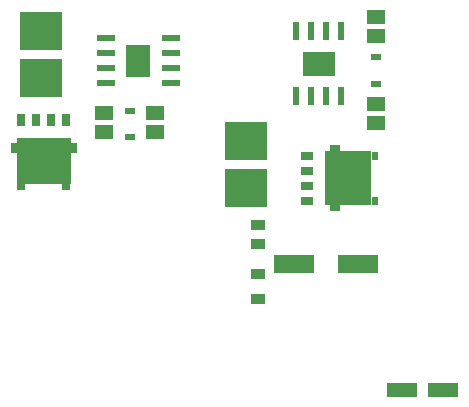
<source format=gtp>
G04*
G04 #@! TF.GenerationSoftware,Altium Limited,Altium Designer,20.0.11 (256)*
G04*
G04 Layer_Color=8421504*
%FSLAX44Y44*%
%MOMM*%
G71*
G01*
G75*
%ADD15R,2.5000X1.3000*%
%ADD16R,3.5000X1.6000*%
%ADD17R,1.2500X0.9500*%
%ADD18R,1.2500X0.9500*%
%ADD19R,3.6000X3.2000*%
%ADD20R,0.7500X1.0000*%
%ADD21R,4.5600X3.9550*%
%ADD22R,0.7500X0.5750*%
%ADD23R,0.4950X0.9050*%
%ADD24R,1.5000X1.3000*%
%ADD25R,0.8300X0.6300*%
%ADD26R,2.0300X2.7200*%
%ADD27R,1.5200X0.6000*%
%ADD28R,2.7200X2.0300*%
%ADD29R,0.6000X1.5200*%
%ADD30R,0.9050X0.4950*%
%ADD31R,0.5750X0.7500*%
%ADD32R,3.9550X4.5600*%
%ADD33R,1.0000X0.7500*%
G36*
X296509Y281897D02*
X271500D01*
Y310743D01*
X296509D01*
Y281897D01*
D02*
G37*
G36*
X555938Y293896D02*
Y268888D01*
X527092D01*
Y293896D01*
X555938D01*
D02*
G37*
D15*
X622000Y102500D02*
D03*
X587000D02*
D03*
D16*
X496000Y208625D02*
D03*
X550000D02*
D03*
D17*
X465000Y226000D02*
D03*
Y241500D02*
D03*
D18*
Y179000D02*
D03*
Y200000D02*
D03*
D19*
X281248Y366000D02*
D03*
Y406000D02*
D03*
X454835Y312925D02*
D03*
Y272925D02*
D03*
D20*
X277650Y330917D02*
D03*
X290350D02*
D03*
X264950D02*
D03*
X303050D02*
D03*
D21*
X284000Y296492D02*
D03*
D22*
X303050Y273842D02*
D03*
X264950D02*
D03*
D23*
X309275Y307492D02*
D03*
X258725D02*
D03*
D24*
X335000Y336437D02*
D03*
Y320437D02*
D03*
X377793Y336437D02*
D03*
Y320437D02*
D03*
X565000Y401585D02*
D03*
Y417585D02*
D03*
Y328000D02*
D03*
Y344000D02*
D03*
D25*
X357000Y338437D02*
D03*
Y316137D02*
D03*
X565000Y383792D02*
D03*
Y361493D02*
D03*
D26*
X363723Y381050D02*
D03*
D27*
X336123Y400104D02*
D03*
Y387404D02*
D03*
Y374704D02*
D03*
Y362004D02*
D03*
X391323Y400104D02*
D03*
Y387404D02*
D03*
Y374704D02*
D03*
Y362004D02*
D03*
D28*
X516654Y378400D02*
D03*
D29*
X497600Y350800D02*
D03*
X510300D02*
D03*
X523000D02*
D03*
X535700D02*
D03*
X497600Y406000D02*
D03*
X510300D02*
D03*
X523000D02*
D03*
X535700D02*
D03*
D30*
X530342Y256112D02*
D03*
Y306663D02*
D03*
D31*
X563993Y262337D02*
D03*
Y300438D02*
D03*
D32*
X541343Y281388D02*
D03*
D33*
X506917Y300438D02*
D03*
Y262337D02*
D03*
Y287738D02*
D03*
Y275037D02*
D03*
M02*

</source>
